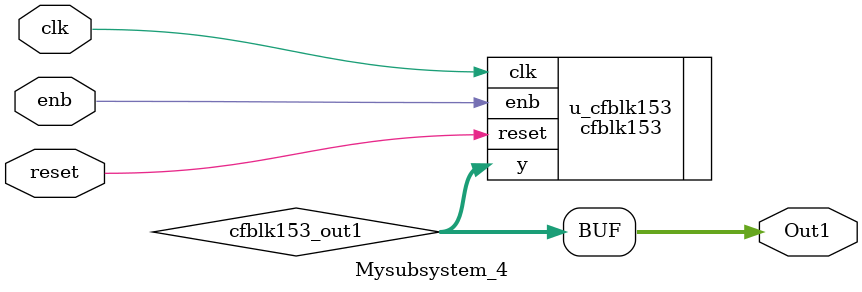
<source format=v>



`timescale 1 ns / 1 ns

module Mysubsystem_4
          (clk,
           reset,
           enb,
           Out1);


  input   clk;
  input   reset;
  input   enb;
  output  [7:0] Out1;  // uint8


  wire [7:0] cfblk153_out1;  // uint8


  cfblk153 u_cfblk153 (.clk(clk),
                       .reset(reset),
                       .enb(enb),
                       .y(cfblk153_out1)  // uint8
                       );

  assign Out1 = cfblk153_out1;

endmodule  // Mysubsystem_4


</source>
